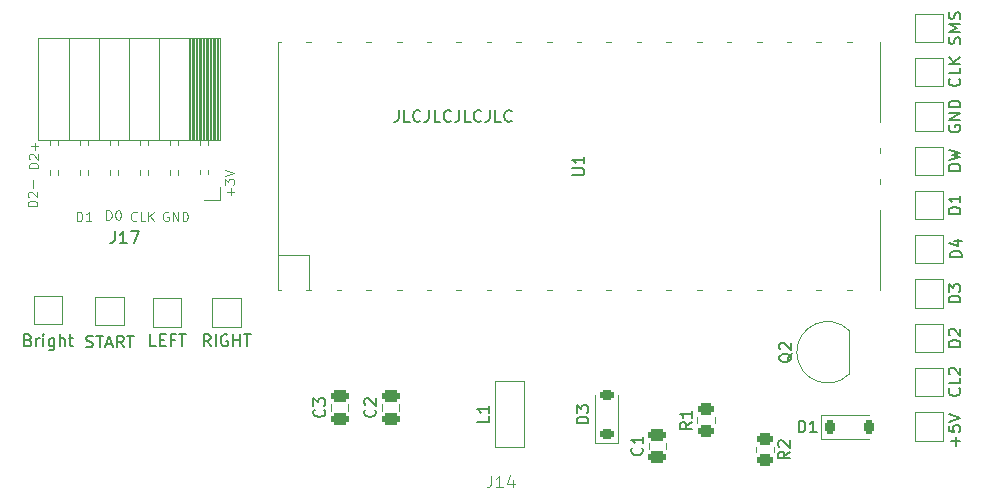
<source format=gbr>
%TF.GenerationSoftware,KiCad,Pcbnew,8.0.9-8.0.9-0~ubuntu22.04.1*%
%TF.CreationDate,2025-05-23T21:37:58-03:00*%
%TF.ProjectId,GG_LCD_DIY,47475f4c-4344-45f4-9449-592e6b696361,rev?*%
%TF.SameCoordinates,Original*%
%TF.FileFunction,Legend,Top*%
%TF.FilePolarity,Positive*%
%FSLAX46Y46*%
G04 Gerber Fmt 4.6, Leading zero omitted, Abs format (unit mm)*
G04 Created by KiCad (PCBNEW 8.0.9-8.0.9-0~ubuntu22.04.1) date 2025-05-23 21:37:58*
%MOMM*%
%LPD*%
G01*
G04 APERTURE LIST*
G04 Aperture macros list*
%AMRoundRect*
0 Rectangle with rounded corners*
0 $1 Rounding radius*
0 $2 $3 $4 $5 $6 $7 $8 $9 X,Y pos of 4 corners*
0 Add a 4 corners polygon primitive as box body*
4,1,4,$2,$3,$4,$5,$6,$7,$8,$9,$2,$3,0*
0 Add four circle primitives for the rounded corners*
1,1,$1+$1,$2,$3*
1,1,$1+$1,$4,$5*
1,1,$1+$1,$6,$7*
1,1,$1+$1,$8,$9*
0 Add four rect primitives between the rounded corners*
20,1,$1+$1,$2,$3,$4,$5,0*
20,1,$1+$1,$4,$5,$6,$7,0*
20,1,$1+$1,$6,$7,$8,$9,0*
20,1,$1+$1,$8,$9,$2,$3,0*%
G04 Aperture macros list end*
%ADD10C,0.125000*%
%ADD11C,0.150000*%
%ADD12C,0.100000*%
%ADD13C,0.120000*%
%ADD14O,1.800000X1.800000*%
%ADD15O,1.500000X1.500000*%
%ADD16O,1.700000X1.700000*%
%ADD17R,1.700000X3.500000*%
%ADD18R,1.700000X1.700000*%
%ADD19R,3.500000X1.700000*%
%ADD20R,2.000000X2.000000*%
%ADD21R,1.300000X1.300000*%
%ADD22C,1.300000*%
%ADD23RoundRect,0.225000X0.375000X-0.225000X0.375000X0.225000X-0.375000X0.225000X-0.375000X-0.225000X0*%
%ADD24C,1.524000*%
%ADD25RoundRect,0.250000X-0.450000X0.262500X-0.450000X-0.262500X0.450000X-0.262500X0.450000X0.262500X0*%
%ADD26C,1.600000*%
%ADD27O,1.600000X1.600000*%
%ADD28RoundRect,0.250000X0.475000X-0.250000X0.475000X0.250000X-0.475000X0.250000X-0.475000X-0.250000X0*%
%ADD29RoundRect,0.250000X0.450000X-0.262500X0.450000X0.262500X-0.450000X0.262500X-0.450000X-0.262500X0*%
%ADD30RoundRect,0.225000X-0.225000X-0.375000X0.225000X-0.375000X0.225000X0.375000X-0.225000X0.375000X0*%
G04 APERTURE END LIST*
D10*
X124770833Y-80487287D02*
X124770833Y-79877764D01*
X125075595Y-80182525D02*
X124466071Y-80182525D01*
X124275595Y-79573002D02*
X124275595Y-79077764D01*
X124275595Y-79077764D02*
X124580357Y-79344430D01*
X124580357Y-79344430D02*
X124580357Y-79230145D01*
X124580357Y-79230145D02*
X124618452Y-79153954D01*
X124618452Y-79153954D02*
X124656547Y-79115859D01*
X124656547Y-79115859D02*
X124732738Y-79077764D01*
X124732738Y-79077764D02*
X124923214Y-79077764D01*
X124923214Y-79077764D02*
X124999404Y-79115859D01*
X124999404Y-79115859D02*
X125037500Y-79153954D01*
X125037500Y-79153954D02*
X125075595Y-79230145D01*
X125075595Y-79230145D02*
X125075595Y-79458716D01*
X125075595Y-79458716D02*
X125037500Y-79534907D01*
X125037500Y-79534907D02*
X124999404Y-79573002D01*
X124275595Y-78849192D02*
X125075595Y-78582525D01*
X125075595Y-78582525D02*
X124275595Y-78315859D01*
X108475595Y-78187287D02*
X107675595Y-78187287D01*
X107675595Y-78187287D02*
X107675595Y-77996811D01*
X107675595Y-77996811D02*
X107713690Y-77882525D01*
X107713690Y-77882525D02*
X107789880Y-77806335D01*
X107789880Y-77806335D02*
X107866071Y-77768240D01*
X107866071Y-77768240D02*
X108018452Y-77730144D01*
X108018452Y-77730144D02*
X108132738Y-77730144D01*
X108132738Y-77730144D02*
X108285119Y-77768240D01*
X108285119Y-77768240D02*
X108361309Y-77806335D01*
X108361309Y-77806335D02*
X108437500Y-77882525D01*
X108437500Y-77882525D02*
X108475595Y-77996811D01*
X108475595Y-77996811D02*
X108475595Y-78187287D01*
X107751785Y-77425383D02*
X107713690Y-77387287D01*
X107713690Y-77387287D02*
X107675595Y-77311097D01*
X107675595Y-77311097D02*
X107675595Y-77120621D01*
X107675595Y-77120621D02*
X107713690Y-77044430D01*
X107713690Y-77044430D02*
X107751785Y-77006335D01*
X107751785Y-77006335D02*
X107827976Y-76968240D01*
X107827976Y-76968240D02*
X107904166Y-76968240D01*
X107904166Y-76968240D02*
X108018452Y-77006335D01*
X108018452Y-77006335D02*
X108475595Y-77463478D01*
X108475595Y-77463478D02*
X108475595Y-76968240D01*
X108170833Y-76625382D02*
X108170833Y-76015859D01*
X108475595Y-76320620D02*
X107866071Y-76320620D01*
X114252712Y-82555595D02*
X114252712Y-81755595D01*
X114252712Y-81755595D02*
X114443188Y-81755595D01*
X114443188Y-81755595D02*
X114557474Y-81793690D01*
X114557474Y-81793690D02*
X114633664Y-81869880D01*
X114633664Y-81869880D02*
X114671759Y-81946071D01*
X114671759Y-81946071D02*
X114709855Y-82098452D01*
X114709855Y-82098452D02*
X114709855Y-82212738D01*
X114709855Y-82212738D02*
X114671759Y-82365119D01*
X114671759Y-82365119D02*
X114633664Y-82441309D01*
X114633664Y-82441309D02*
X114557474Y-82517500D01*
X114557474Y-82517500D02*
X114443188Y-82555595D01*
X114443188Y-82555595D02*
X114252712Y-82555595D01*
X115205093Y-81755595D02*
X115281283Y-81755595D01*
X115281283Y-81755595D02*
X115357474Y-81793690D01*
X115357474Y-81793690D02*
X115395569Y-81831785D01*
X115395569Y-81831785D02*
X115433664Y-81907976D01*
X115433664Y-81907976D02*
X115471759Y-82060357D01*
X115471759Y-82060357D02*
X115471759Y-82250833D01*
X115471759Y-82250833D02*
X115433664Y-82403214D01*
X115433664Y-82403214D02*
X115395569Y-82479404D01*
X115395569Y-82479404D02*
X115357474Y-82517500D01*
X115357474Y-82517500D02*
X115281283Y-82555595D01*
X115281283Y-82555595D02*
X115205093Y-82555595D01*
X115205093Y-82555595D02*
X115128902Y-82517500D01*
X115128902Y-82517500D02*
X115090807Y-82479404D01*
X115090807Y-82479404D02*
X115052712Y-82403214D01*
X115052712Y-82403214D02*
X115014616Y-82250833D01*
X115014616Y-82250833D02*
X115014616Y-82060357D01*
X115014616Y-82060357D02*
X115052712Y-81907976D01*
X115052712Y-81907976D02*
X115090807Y-81831785D01*
X115090807Y-81831785D02*
X115128902Y-81793690D01*
X115128902Y-81793690D02*
X115205093Y-81755595D01*
X111752712Y-82655595D02*
X111752712Y-81855595D01*
X111752712Y-81855595D02*
X111943188Y-81855595D01*
X111943188Y-81855595D02*
X112057474Y-81893690D01*
X112057474Y-81893690D02*
X112133664Y-81969880D01*
X112133664Y-81969880D02*
X112171759Y-82046071D01*
X112171759Y-82046071D02*
X112209855Y-82198452D01*
X112209855Y-82198452D02*
X112209855Y-82312738D01*
X112209855Y-82312738D02*
X112171759Y-82465119D01*
X112171759Y-82465119D02*
X112133664Y-82541309D01*
X112133664Y-82541309D02*
X112057474Y-82617500D01*
X112057474Y-82617500D02*
X111943188Y-82655595D01*
X111943188Y-82655595D02*
X111752712Y-82655595D01*
X112971759Y-82655595D02*
X112514616Y-82655595D01*
X112743188Y-82655595D02*
X112743188Y-81855595D01*
X112743188Y-81855595D02*
X112666997Y-81969880D01*
X112666997Y-81969880D02*
X112590807Y-82046071D01*
X112590807Y-82046071D02*
X112514616Y-82084166D01*
D11*
X138980951Y-73254819D02*
X138980951Y-73969104D01*
X138980951Y-73969104D02*
X138933332Y-74111961D01*
X138933332Y-74111961D02*
X138838094Y-74207200D01*
X138838094Y-74207200D02*
X138695237Y-74254819D01*
X138695237Y-74254819D02*
X138599999Y-74254819D01*
X139933332Y-74254819D02*
X139457142Y-74254819D01*
X139457142Y-74254819D02*
X139457142Y-73254819D01*
X140838094Y-74159580D02*
X140790475Y-74207200D01*
X140790475Y-74207200D02*
X140647618Y-74254819D01*
X140647618Y-74254819D02*
X140552380Y-74254819D01*
X140552380Y-74254819D02*
X140409523Y-74207200D01*
X140409523Y-74207200D02*
X140314285Y-74111961D01*
X140314285Y-74111961D02*
X140266666Y-74016723D01*
X140266666Y-74016723D02*
X140219047Y-73826247D01*
X140219047Y-73826247D02*
X140219047Y-73683390D01*
X140219047Y-73683390D02*
X140266666Y-73492914D01*
X140266666Y-73492914D02*
X140314285Y-73397676D01*
X140314285Y-73397676D02*
X140409523Y-73302438D01*
X140409523Y-73302438D02*
X140552380Y-73254819D01*
X140552380Y-73254819D02*
X140647618Y-73254819D01*
X140647618Y-73254819D02*
X140790475Y-73302438D01*
X140790475Y-73302438D02*
X140838094Y-73350057D01*
X141552380Y-73254819D02*
X141552380Y-73969104D01*
X141552380Y-73969104D02*
X141504761Y-74111961D01*
X141504761Y-74111961D02*
X141409523Y-74207200D01*
X141409523Y-74207200D02*
X141266666Y-74254819D01*
X141266666Y-74254819D02*
X141171428Y-74254819D01*
X142504761Y-74254819D02*
X142028571Y-74254819D01*
X142028571Y-74254819D02*
X142028571Y-73254819D01*
X143409523Y-74159580D02*
X143361904Y-74207200D01*
X143361904Y-74207200D02*
X143219047Y-74254819D01*
X143219047Y-74254819D02*
X143123809Y-74254819D01*
X143123809Y-74254819D02*
X142980952Y-74207200D01*
X142980952Y-74207200D02*
X142885714Y-74111961D01*
X142885714Y-74111961D02*
X142838095Y-74016723D01*
X142838095Y-74016723D02*
X142790476Y-73826247D01*
X142790476Y-73826247D02*
X142790476Y-73683390D01*
X142790476Y-73683390D02*
X142838095Y-73492914D01*
X142838095Y-73492914D02*
X142885714Y-73397676D01*
X142885714Y-73397676D02*
X142980952Y-73302438D01*
X142980952Y-73302438D02*
X143123809Y-73254819D01*
X143123809Y-73254819D02*
X143219047Y-73254819D01*
X143219047Y-73254819D02*
X143361904Y-73302438D01*
X143361904Y-73302438D02*
X143409523Y-73350057D01*
X144123809Y-73254819D02*
X144123809Y-73969104D01*
X144123809Y-73969104D02*
X144076190Y-74111961D01*
X144076190Y-74111961D02*
X143980952Y-74207200D01*
X143980952Y-74207200D02*
X143838095Y-74254819D01*
X143838095Y-74254819D02*
X143742857Y-74254819D01*
X145076190Y-74254819D02*
X144600000Y-74254819D01*
X144600000Y-74254819D02*
X144600000Y-73254819D01*
X145980952Y-74159580D02*
X145933333Y-74207200D01*
X145933333Y-74207200D02*
X145790476Y-74254819D01*
X145790476Y-74254819D02*
X145695238Y-74254819D01*
X145695238Y-74254819D02*
X145552381Y-74207200D01*
X145552381Y-74207200D02*
X145457143Y-74111961D01*
X145457143Y-74111961D02*
X145409524Y-74016723D01*
X145409524Y-74016723D02*
X145361905Y-73826247D01*
X145361905Y-73826247D02*
X145361905Y-73683390D01*
X145361905Y-73683390D02*
X145409524Y-73492914D01*
X145409524Y-73492914D02*
X145457143Y-73397676D01*
X145457143Y-73397676D02*
X145552381Y-73302438D01*
X145552381Y-73302438D02*
X145695238Y-73254819D01*
X145695238Y-73254819D02*
X145790476Y-73254819D01*
X145790476Y-73254819D02*
X145933333Y-73302438D01*
X145933333Y-73302438D02*
X145980952Y-73350057D01*
X146695238Y-73254819D02*
X146695238Y-73969104D01*
X146695238Y-73969104D02*
X146647619Y-74111961D01*
X146647619Y-74111961D02*
X146552381Y-74207200D01*
X146552381Y-74207200D02*
X146409524Y-74254819D01*
X146409524Y-74254819D02*
X146314286Y-74254819D01*
X147647619Y-74254819D02*
X147171429Y-74254819D01*
X147171429Y-74254819D02*
X147171429Y-73254819D01*
X148552381Y-74159580D02*
X148504762Y-74207200D01*
X148504762Y-74207200D02*
X148361905Y-74254819D01*
X148361905Y-74254819D02*
X148266667Y-74254819D01*
X148266667Y-74254819D02*
X148123810Y-74207200D01*
X148123810Y-74207200D02*
X148028572Y-74111961D01*
X148028572Y-74111961D02*
X147980953Y-74016723D01*
X147980953Y-74016723D02*
X147933334Y-73826247D01*
X147933334Y-73826247D02*
X147933334Y-73683390D01*
X147933334Y-73683390D02*
X147980953Y-73492914D01*
X147980953Y-73492914D02*
X148028572Y-73397676D01*
X148028572Y-73397676D02*
X148123810Y-73302438D01*
X148123810Y-73302438D02*
X148266667Y-73254819D01*
X148266667Y-73254819D02*
X148361905Y-73254819D01*
X148361905Y-73254819D02*
X148504762Y-73302438D01*
X148504762Y-73302438D02*
X148552381Y-73350057D01*
D10*
X119471759Y-81893690D02*
X119395569Y-81855595D01*
X119395569Y-81855595D02*
X119281283Y-81855595D01*
X119281283Y-81855595D02*
X119166997Y-81893690D01*
X119166997Y-81893690D02*
X119090807Y-81969880D01*
X119090807Y-81969880D02*
X119052712Y-82046071D01*
X119052712Y-82046071D02*
X119014616Y-82198452D01*
X119014616Y-82198452D02*
X119014616Y-82312738D01*
X119014616Y-82312738D02*
X119052712Y-82465119D01*
X119052712Y-82465119D02*
X119090807Y-82541309D01*
X119090807Y-82541309D02*
X119166997Y-82617500D01*
X119166997Y-82617500D02*
X119281283Y-82655595D01*
X119281283Y-82655595D02*
X119357474Y-82655595D01*
X119357474Y-82655595D02*
X119471759Y-82617500D01*
X119471759Y-82617500D02*
X119509855Y-82579404D01*
X119509855Y-82579404D02*
X119509855Y-82312738D01*
X119509855Y-82312738D02*
X119357474Y-82312738D01*
X119852712Y-82655595D02*
X119852712Y-81855595D01*
X119852712Y-81855595D02*
X120309855Y-82655595D01*
X120309855Y-82655595D02*
X120309855Y-81855595D01*
X120690807Y-82655595D02*
X120690807Y-81855595D01*
X120690807Y-81855595D02*
X120881283Y-81855595D01*
X120881283Y-81855595D02*
X120995569Y-81893690D01*
X120995569Y-81893690D02*
X121071759Y-81969880D01*
X121071759Y-81969880D02*
X121109854Y-82046071D01*
X121109854Y-82046071D02*
X121147950Y-82198452D01*
X121147950Y-82198452D02*
X121147950Y-82312738D01*
X121147950Y-82312738D02*
X121109854Y-82465119D01*
X121109854Y-82465119D02*
X121071759Y-82541309D01*
X121071759Y-82541309D02*
X120995569Y-82617500D01*
X120995569Y-82617500D02*
X120881283Y-82655595D01*
X120881283Y-82655595D02*
X120690807Y-82655595D01*
X108375595Y-81387287D02*
X107575595Y-81387287D01*
X107575595Y-81387287D02*
X107575595Y-81196811D01*
X107575595Y-81196811D02*
X107613690Y-81082525D01*
X107613690Y-81082525D02*
X107689880Y-81006335D01*
X107689880Y-81006335D02*
X107766071Y-80968240D01*
X107766071Y-80968240D02*
X107918452Y-80930144D01*
X107918452Y-80930144D02*
X108032738Y-80930144D01*
X108032738Y-80930144D02*
X108185119Y-80968240D01*
X108185119Y-80968240D02*
X108261309Y-81006335D01*
X108261309Y-81006335D02*
X108337500Y-81082525D01*
X108337500Y-81082525D02*
X108375595Y-81196811D01*
X108375595Y-81196811D02*
X108375595Y-81387287D01*
X107651785Y-80625383D02*
X107613690Y-80587287D01*
X107613690Y-80587287D02*
X107575595Y-80511097D01*
X107575595Y-80511097D02*
X107575595Y-80320621D01*
X107575595Y-80320621D02*
X107613690Y-80244430D01*
X107613690Y-80244430D02*
X107651785Y-80206335D01*
X107651785Y-80206335D02*
X107727976Y-80168240D01*
X107727976Y-80168240D02*
X107804166Y-80168240D01*
X107804166Y-80168240D02*
X107918452Y-80206335D01*
X107918452Y-80206335D02*
X108375595Y-80663478D01*
X108375595Y-80663478D02*
X108375595Y-80168240D01*
X108070833Y-79825382D02*
X108070833Y-79215859D01*
X116809855Y-82579404D02*
X116771759Y-82617500D01*
X116771759Y-82617500D02*
X116657474Y-82655595D01*
X116657474Y-82655595D02*
X116581283Y-82655595D01*
X116581283Y-82655595D02*
X116466997Y-82617500D01*
X116466997Y-82617500D02*
X116390807Y-82541309D01*
X116390807Y-82541309D02*
X116352712Y-82465119D01*
X116352712Y-82465119D02*
X116314616Y-82312738D01*
X116314616Y-82312738D02*
X116314616Y-82198452D01*
X116314616Y-82198452D02*
X116352712Y-82046071D01*
X116352712Y-82046071D02*
X116390807Y-81969880D01*
X116390807Y-81969880D02*
X116466997Y-81893690D01*
X116466997Y-81893690D02*
X116581283Y-81855595D01*
X116581283Y-81855595D02*
X116657474Y-81855595D01*
X116657474Y-81855595D02*
X116771759Y-81893690D01*
X116771759Y-81893690D02*
X116809855Y-81931785D01*
X117533664Y-82655595D02*
X117152712Y-82655595D01*
X117152712Y-82655595D02*
X117152712Y-81855595D01*
X117800331Y-82655595D02*
X117800331Y-81855595D01*
X118257474Y-82655595D02*
X117914616Y-82198452D01*
X118257474Y-81855595D02*
X117800331Y-82312738D01*
D11*
X153704819Y-78771904D02*
X154514342Y-78771904D01*
X154514342Y-78771904D02*
X154609580Y-78724285D01*
X154609580Y-78724285D02*
X154657200Y-78676666D01*
X154657200Y-78676666D02*
X154704819Y-78581428D01*
X154704819Y-78581428D02*
X154704819Y-78390952D01*
X154704819Y-78390952D02*
X154657200Y-78295714D01*
X154657200Y-78295714D02*
X154609580Y-78248095D01*
X154609580Y-78248095D02*
X154514342Y-78200476D01*
X154514342Y-78200476D02*
X153704819Y-78200476D01*
X154704819Y-77200476D02*
X154704819Y-77771904D01*
X154704819Y-77486190D02*
X153704819Y-77486190D01*
X153704819Y-77486190D02*
X153847676Y-77581428D01*
X153847676Y-77581428D02*
X153942914Y-77676666D01*
X153942914Y-77676666D02*
X153990533Y-77771904D01*
X185602438Y-74561904D02*
X185554819Y-74657142D01*
X185554819Y-74657142D02*
X185554819Y-74799999D01*
X185554819Y-74799999D02*
X185602438Y-74942856D01*
X185602438Y-74942856D02*
X185697676Y-75038094D01*
X185697676Y-75038094D02*
X185792914Y-75085713D01*
X185792914Y-75085713D02*
X185983390Y-75133332D01*
X185983390Y-75133332D02*
X186126247Y-75133332D01*
X186126247Y-75133332D02*
X186316723Y-75085713D01*
X186316723Y-75085713D02*
X186411961Y-75038094D01*
X186411961Y-75038094D02*
X186507200Y-74942856D01*
X186507200Y-74942856D02*
X186554819Y-74799999D01*
X186554819Y-74799999D02*
X186554819Y-74704761D01*
X186554819Y-74704761D02*
X186507200Y-74561904D01*
X186507200Y-74561904D02*
X186459580Y-74514285D01*
X186459580Y-74514285D02*
X186126247Y-74514285D01*
X186126247Y-74514285D02*
X186126247Y-74704761D01*
X186554819Y-74085713D02*
X185554819Y-74085713D01*
X185554819Y-74085713D02*
X186554819Y-73514285D01*
X186554819Y-73514285D02*
X185554819Y-73514285D01*
X186554819Y-73038094D02*
X185554819Y-73038094D01*
X185554819Y-73038094D02*
X185554819Y-72799999D01*
X185554819Y-72799999D02*
X185602438Y-72657142D01*
X185602438Y-72657142D02*
X185697676Y-72561904D01*
X185697676Y-72561904D02*
X185792914Y-72514285D01*
X185792914Y-72514285D02*
X185983390Y-72466666D01*
X185983390Y-72466666D02*
X186126247Y-72466666D01*
X186126247Y-72466666D02*
X186316723Y-72514285D01*
X186316723Y-72514285D02*
X186411961Y-72561904D01*
X186411961Y-72561904D02*
X186507200Y-72657142D01*
X186507200Y-72657142D02*
X186554819Y-72799999D01*
X186554819Y-72799999D02*
X186554819Y-73038094D01*
X172290057Y-93865238D02*
X172242438Y-93960476D01*
X172242438Y-93960476D02*
X172147200Y-94055714D01*
X172147200Y-94055714D02*
X172004342Y-94198571D01*
X172004342Y-94198571D02*
X171956723Y-94293809D01*
X171956723Y-94293809D02*
X171956723Y-94389047D01*
X172194819Y-94341428D02*
X172147200Y-94436666D01*
X172147200Y-94436666D02*
X172051961Y-94531904D01*
X172051961Y-94531904D02*
X171861485Y-94579523D01*
X171861485Y-94579523D02*
X171528152Y-94579523D01*
X171528152Y-94579523D02*
X171337676Y-94531904D01*
X171337676Y-94531904D02*
X171242438Y-94436666D01*
X171242438Y-94436666D02*
X171194819Y-94341428D01*
X171194819Y-94341428D02*
X171194819Y-94150952D01*
X171194819Y-94150952D02*
X171242438Y-94055714D01*
X171242438Y-94055714D02*
X171337676Y-93960476D01*
X171337676Y-93960476D02*
X171528152Y-93912857D01*
X171528152Y-93912857D02*
X171861485Y-93912857D01*
X171861485Y-93912857D02*
X172051961Y-93960476D01*
X172051961Y-93960476D02*
X172147200Y-94055714D01*
X172147200Y-94055714D02*
X172194819Y-94150952D01*
X172194819Y-94150952D02*
X172194819Y-94341428D01*
X171290057Y-93531904D02*
X171242438Y-93484285D01*
X171242438Y-93484285D02*
X171194819Y-93389047D01*
X171194819Y-93389047D02*
X171194819Y-93150952D01*
X171194819Y-93150952D02*
X171242438Y-93055714D01*
X171242438Y-93055714D02*
X171290057Y-93008095D01*
X171290057Y-93008095D02*
X171385295Y-92960476D01*
X171385295Y-92960476D02*
X171480533Y-92960476D01*
X171480533Y-92960476D02*
X171623390Y-93008095D01*
X171623390Y-93008095D02*
X172194819Y-93579523D01*
X172194819Y-93579523D02*
X172194819Y-92960476D01*
X186654819Y-85738094D02*
X185654819Y-85738094D01*
X185654819Y-85738094D02*
X185654819Y-85499999D01*
X185654819Y-85499999D02*
X185702438Y-85357142D01*
X185702438Y-85357142D02*
X185797676Y-85261904D01*
X185797676Y-85261904D02*
X185892914Y-85214285D01*
X185892914Y-85214285D02*
X186083390Y-85166666D01*
X186083390Y-85166666D02*
X186226247Y-85166666D01*
X186226247Y-85166666D02*
X186416723Y-85214285D01*
X186416723Y-85214285D02*
X186511961Y-85261904D01*
X186511961Y-85261904D02*
X186607200Y-85357142D01*
X186607200Y-85357142D02*
X186654819Y-85499999D01*
X186654819Y-85499999D02*
X186654819Y-85738094D01*
X185988152Y-84309523D02*
X186654819Y-84309523D01*
X185607200Y-84547618D02*
X186321485Y-84785713D01*
X186321485Y-84785713D02*
X186321485Y-84166666D01*
X155054819Y-99788094D02*
X154054819Y-99788094D01*
X154054819Y-99788094D02*
X154054819Y-99549999D01*
X154054819Y-99549999D02*
X154102438Y-99407142D01*
X154102438Y-99407142D02*
X154197676Y-99311904D01*
X154197676Y-99311904D02*
X154292914Y-99264285D01*
X154292914Y-99264285D02*
X154483390Y-99216666D01*
X154483390Y-99216666D02*
X154626247Y-99216666D01*
X154626247Y-99216666D02*
X154816723Y-99264285D01*
X154816723Y-99264285D02*
X154911961Y-99311904D01*
X154911961Y-99311904D02*
X155007200Y-99407142D01*
X155007200Y-99407142D02*
X155054819Y-99549999D01*
X155054819Y-99549999D02*
X155054819Y-99788094D01*
X154054819Y-98883332D02*
X154054819Y-98264285D01*
X154054819Y-98264285D02*
X154435771Y-98597618D01*
X154435771Y-98597618D02*
X154435771Y-98454761D01*
X154435771Y-98454761D02*
X154483390Y-98359523D01*
X154483390Y-98359523D02*
X154531009Y-98311904D01*
X154531009Y-98311904D02*
X154626247Y-98264285D01*
X154626247Y-98264285D02*
X154864342Y-98264285D01*
X154864342Y-98264285D02*
X154959580Y-98311904D01*
X154959580Y-98311904D02*
X155007200Y-98359523D01*
X155007200Y-98359523D02*
X155054819Y-98454761D01*
X155054819Y-98454761D02*
X155054819Y-98740475D01*
X155054819Y-98740475D02*
X155007200Y-98835713D01*
X155007200Y-98835713D02*
X154959580Y-98883332D01*
D12*
X146810476Y-104217419D02*
X146810476Y-104931704D01*
X146810476Y-104931704D02*
X146762857Y-105074561D01*
X146762857Y-105074561D02*
X146667619Y-105169800D01*
X146667619Y-105169800D02*
X146524762Y-105217419D01*
X146524762Y-105217419D02*
X146429524Y-105217419D01*
X147810476Y-105217419D02*
X147239048Y-105217419D01*
X147524762Y-105217419D02*
X147524762Y-104217419D01*
X147524762Y-104217419D02*
X147429524Y-104360276D01*
X147429524Y-104360276D02*
X147334286Y-104455514D01*
X147334286Y-104455514D02*
X147239048Y-104503133D01*
X148667619Y-104550752D02*
X148667619Y-105217419D01*
X148429524Y-104169800D02*
X148191429Y-104884085D01*
X148191429Y-104884085D02*
X148810476Y-104884085D01*
D11*
X186554819Y-89548094D02*
X185554819Y-89548094D01*
X185554819Y-89548094D02*
X185554819Y-89309999D01*
X185554819Y-89309999D02*
X185602438Y-89167142D01*
X185602438Y-89167142D02*
X185697676Y-89071904D01*
X185697676Y-89071904D02*
X185792914Y-89024285D01*
X185792914Y-89024285D02*
X185983390Y-88976666D01*
X185983390Y-88976666D02*
X186126247Y-88976666D01*
X186126247Y-88976666D02*
X186316723Y-89024285D01*
X186316723Y-89024285D02*
X186411961Y-89071904D01*
X186411961Y-89071904D02*
X186507200Y-89167142D01*
X186507200Y-89167142D02*
X186554819Y-89309999D01*
X186554819Y-89309999D02*
X186554819Y-89548094D01*
X185554819Y-88643332D02*
X185554819Y-88024285D01*
X185554819Y-88024285D02*
X185935771Y-88357618D01*
X185935771Y-88357618D02*
X185935771Y-88214761D01*
X185935771Y-88214761D02*
X185983390Y-88119523D01*
X185983390Y-88119523D02*
X186031009Y-88071904D01*
X186031009Y-88071904D02*
X186126247Y-88024285D01*
X186126247Y-88024285D02*
X186364342Y-88024285D01*
X186364342Y-88024285D02*
X186459580Y-88071904D01*
X186459580Y-88071904D02*
X186507200Y-88119523D01*
X186507200Y-88119523D02*
X186554819Y-88214761D01*
X186554819Y-88214761D02*
X186554819Y-88500475D01*
X186554819Y-88500475D02*
X186507200Y-88595713D01*
X186507200Y-88595713D02*
X186459580Y-88643332D01*
X186459580Y-70595238D02*
X186507200Y-70642857D01*
X186507200Y-70642857D02*
X186554819Y-70785714D01*
X186554819Y-70785714D02*
X186554819Y-70880952D01*
X186554819Y-70880952D02*
X186507200Y-71023809D01*
X186507200Y-71023809D02*
X186411961Y-71119047D01*
X186411961Y-71119047D02*
X186316723Y-71166666D01*
X186316723Y-71166666D02*
X186126247Y-71214285D01*
X186126247Y-71214285D02*
X185983390Y-71214285D01*
X185983390Y-71214285D02*
X185792914Y-71166666D01*
X185792914Y-71166666D02*
X185697676Y-71119047D01*
X185697676Y-71119047D02*
X185602438Y-71023809D01*
X185602438Y-71023809D02*
X185554819Y-70880952D01*
X185554819Y-70880952D02*
X185554819Y-70785714D01*
X185554819Y-70785714D02*
X185602438Y-70642857D01*
X185602438Y-70642857D02*
X185650057Y-70595238D01*
X186554819Y-69690476D02*
X186554819Y-70166666D01*
X186554819Y-70166666D02*
X185554819Y-70166666D01*
X186554819Y-69357142D02*
X185554819Y-69357142D01*
X186554819Y-68785714D02*
X185983390Y-69214285D01*
X185554819Y-68785714D02*
X186126247Y-69357142D01*
X172104819Y-102179166D02*
X171628628Y-102512499D01*
X172104819Y-102750594D02*
X171104819Y-102750594D01*
X171104819Y-102750594D02*
X171104819Y-102369642D01*
X171104819Y-102369642D02*
X171152438Y-102274404D01*
X171152438Y-102274404D02*
X171200057Y-102226785D01*
X171200057Y-102226785D02*
X171295295Y-102179166D01*
X171295295Y-102179166D02*
X171438152Y-102179166D01*
X171438152Y-102179166D02*
X171533390Y-102226785D01*
X171533390Y-102226785D02*
X171581009Y-102274404D01*
X171581009Y-102274404D02*
X171628628Y-102369642D01*
X171628628Y-102369642D02*
X171628628Y-102750594D01*
X171200057Y-101798213D02*
X171152438Y-101750594D01*
X171152438Y-101750594D02*
X171104819Y-101655356D01*
X171104819Y-101655356D02*
X171104819Y-101417261D01*
X171104819Y-101417261D02*
X171152438Y-101322023D01*
X171152438Y-101322023D02*
X171200057Y-101274404D01*
X171200057Y-101274404D02*
X171295295Y-101226785D01*
X171295295Y-101226785D02*
X171390533Y-101226785D01*
X171390533Y-101226785D02*
X171533390Y-101274404D01*
X171533390Y-101274404D02*
X172104819Y-101845832D01*
X172104819Y-101845832D02*
X172104819Y-101226785D01*
X146634819Y-99166666D02*
X146634819Y-99642856D01*
X146634819Y-99642856D02*
X145634819Y-99642856D01*
X146634819Y-98309523D02*
X146634819Y-98880951D01*
X146634819Y-98595237D02*
X145634819Y-98595237D01*
X145634819Y-98595237D02*
X145777676Y-98690475D01*
X145777676Y-98690475D02*
X145872914Y-98785713D01*
X145872914Y-98785713D02*
X145920533Y-98880951D01*
X186554819Y-82038094D02*
X185554819Y-82038094D01*
X185554819Y-82038094D02*
X185554819Y-81799999D01*
X185554819Y-81799999D02*
X185602438Y-81657142D01*
X185602438Y-81657142D02*
X185697676Y-81561904D01*
X185697676Y-81561904D02*
X185792914Y-81514285D01*
X185792914Y-81514285D02*
X185983390Y-81466666D01*
X185983390Y-81466666D02*
X186126247Y-81466666D01*
X186126247Y-81466666D02*
X186316723Y-81514285D01*
X186316723Y-81514285D02*
X186411961Y-81561904D01*
X186411961Y-81561904D02*
X186507200Y-81657142D01*
X186507200Y-81657142D02*
X186554819Y-81799999D01*
X186554819Y-81799999D02*
X186554819Y-82038094D01*
X186554819Y-80514285D02*
X186554819Y-81085713D01*
X186554819Y-80799999D02*
X185554819Y-80799999D01*
X185554819Y-80799999D02*
X185697676Y-80895237D01*
X185697676Y-80895237D02*
X185792914Y-80990475D01*
X185792914Y-80990475D02*
X185840533Y-81085713D01*
X107633333Y-92731009D02*
X107776190Y-92778628D01*
X107776190Y-92778628D02*
X107823809Y-92826247D01*
X107823809Y-92826247D02*
X107871428Y-92921485D01*
X107871428Y-92921485D02*
X107871428Y-93064342D01*
X107871428Y-93064342D02*
X107823809Y-93159580D01*
X107823809Y-93159580D02*
X107776190Y-93207200D01*
X107776190Y-93207200D02*
X107680952Y-93254819D01*
X107680952Y-93254819D02*
X107300000Y-93254819D01*
X107300000Y-93254819D02*
X107300000Y-92254819D01*
X107300000Y-92254819D02*
X107633333Y-92254819D01*
X107633333Y-92254819D02*
X107728571Y-92302438D01*
X107728571Y-92302438D02*
X107776190Y-92350057D01*
X107776190Y-92350057D02*
X107823809Y-92445295D01*
X107823809Y-92445295D02*
X107823809Y-92540533D01*
X107823809Y-92540533D02*
X107776190Y-92635771D01*
X107776190Y-92635771D02*
X107728571Y-92683390D01*
X107728571Y-92683390D02*
X107633333Y-92731009D01*
X107633333Y-92731009D02*
X107300000Y-92731009D01*
X108300000Y-93254819D02*
X108300000Y-92588152D01*
X108300000Y-92778628D02*
X108347619Y-92683390D01*
X108347619Y-92683390D02*
X108395238Y-92635771D01*
X108395238Y-92635771D02*
X108490476Y-92588152D01*
X108490476Y-92588152D02*
X108585714Y-92588152D01*
X108919048Y-93254819D02*
X108919048Y-92588152D01*
X108919048Y-92254819D02*
X108871429Y-92302438D01*
X108871429Y-92302438D02*
X108919048Y-92350057D01*
X108919048Y-92350057D02*
X108966667Y-92302438D01*
X108966667Y-92302438D02*
X108919048Y-92254819D01*
X108919048Y-92254819D02*
X108919048Y-92350057D01*
X109823809Y-92588152D02*
X109823809Y-93397676D01*
X109823809Y-93397676D02*
X109776190Y-93492914D01*
X109776190Y-93492914D02*
X109728571Y-93540533D01*
X109728571Y-93540533D02*
X109633333Y-93588152D01*
X109633333Y-93588152D02*
X109490476Y-93588152D01*
X109490476Y-93588152D02*
X109395238Y-93540533D01*
X109823809Y-93207200D02*
X109728571Y-93254819D01*
X109728571Y-93254819D02*
X109538095Y-93254819D01*
X109538095Y-93254819D02*
X109442857Y-93207200D01*
X109442857Y-93207200D02*
X109395238Y-93159580D01*
X109395238Y-93159580D02*
X109347619Y-93064342D01*
X109347619Y-93064342D02*
X109347619Y-92778628D01*
X109347619Y-92778628D02*
X109395238Y-92683390D01*
X109395238Y-92683390D02*
X109442857Y-92635771D01*
X109442857Y-92635771D02*
X109538095Y-92588152D01*
X109538095Y-92588152D02*
X109728571Y-92588152D01*
X109728571Y-92588152D02*
X109823809Y-92635771D01*
X110300000Y-93254819D02*
X110300000Y-92254819D01*
X110728571Y-93254819D02*
X110728571Y-92731009D01*
X110728571Y-92731009D02*
X110680952Y-92635771D01*
X110680952Y-92635771D02*
X110585714Y-92588152D01*
X110585714Y-92588152D02*
X110442857Y-92588152D01*
X110442857Y-92588152D02*
X110347619Y-92635771D01*
X110347619Y-92635771D02*
X110300000Y-92683390D01*
X111061905Y-92588152D02*
X111442857Y-92588152D01*
X111204762Y-92254819D02*
X111204762Y-93111961D01*
X111204762Y-93111961D02*
X111252381Y-93207200D01*
X111252381Y-93207200D02*
X111347619Y-93254819D01*
X111347619Y-93254819D02*
X111442857Y-93254819D01*
X132679580Y-98616666D02*
X132727200Y-98664285D01*
X132727200Y-98664285D02*
X132774819Y-98807142D01*
X132774819Y-98807142D02*
X132774819Y-98902380D01*
X132774819Y-98902380D02*
X132727200Y-99045237D01*
X132727200Y-99045237D02*
X132631961Y-99140475D01*
X132631961Y-99140475D02*
X132536723Y-99188094D01*
X132536723Y-99188094D02*
X132346247Y-99235713D01*
X132346247Y-99235713D02*
X132203390Y-99235713D01*
X132203390Y-99235713D02*
X132012914Y-99188094D01*
X132012914Y-99188094D02*
X131917676Y-99140475D01*
X131917676Y-99140475D02*
X131822438Y-99045237D01*
X131822438Y-99045237D02*
X131774819Y-98902380D01*
X131774819Y-98902380D02*
X131774819Y-98807142D01*
X131774819Y-98807142D02*
X131822438Y-98664285D01*
X131822438Y-98664285D02*
X131870057Y-98616666D01*
X131774819Y-98283332D02*
X131774819Y-97664285D01*
X131774819Y-97664285D02*
X132155771Y-97997618D01*
X132155771Y-97997618D02*
X132155771Y-97854761D01*
X132155771Y-97854761D02*
X132203390Y-97759523D01*
X132203390Y-97759523D02*
X132251009Y-97711904D01*
X132251009Y-97711904D02*
X132346247Y-97664285D01*
X132346247Y-97664285D02*
X132584342Y-97664285D01*
X132584342Y-97664285D02*
X132679580Y-97711904D01*
X132679580Y-97711904D02*
X132727200Y-97759523D01*
X132727200Y-97759523D02*
X132774819Y-97854761D01*
X132774819Y-97854761D02*
X132774819Y-98140475D01*
X132774819Y-98140475D02*
X132727200Y-98235713D01*
X132727200Y-98235713D02*
X132679580Y-98283332D01*
X118447618Y-93254819D02*
X117971428Y-93254819D01*
X117971428Y-93254819D02*
X117971428Y-92254819D01*
X118780952Y-92731009D02*
X119114285Y-92731009D01*
X119257142Y-93254819D02*
X118780952Y-93254819D01*
X118780952Y-93254819D02*
X118780952Y-92254819D01*
X118780952Y-92254819D02*
X119257142Y-92254819D01*
X120019047Y-92731009D02*
X119685714Y-92731009D01*
X119685714Y-93254819D02*
X119685714Y-92254819D01*
X119685714Y-92254819D02*
X120161904Y-92254819D01*
X120400000Y-92254819D02*
X120971428Y-92254819D01*
X120685714Y-93254819D02*
X120685714Y-92254819D01*
X159579580Y-101866666D02*
X159627200Y-101914285D01*
X159627200Y-101914285D02*
X159674819Y-102057142D01*
X159674819Y-102057142D02*
X159674819Y-102152380D01*
X159674819Y-102152380D02*
X159627200Y-102295237D01*
X159627200Y-102295237D02*
X159531961Y-102390475D01*
X159531961Y-102390475D02*
X159436723Y-102438094D01*
X159436723Y-102438094D02*
X159246247Y-102485713D01*
X159246247Y-102485713D02*
X159103390Y-102485713D01*
X159103390Y-102485713D02*
X158912914Y-102438094D01*
X158912914Y-102438094D02*
X158817676Y-102390475D01*
X158817676Y-102390475D02*
X158722438Y-102295237D01*
X158722438Y-102295237D02*
X158674819Y-102152380D01*
X158674819Y-102152380D02*
X158674819Y-102057142D01*
X158674819Y-102057142D02*
X158722438Y-101914285D01*
X158722438Y-101914285D02*
X158770057Y-101866666D01*
X159674819Y-100914285D02*
X159674819Y-101485713D01*
X159674819Y-101199999D02*
X158674819Y-101199999D01*
X158674819Y-101199999D02*
X158817676Y-101295237D01*
X158817676Y-101295237D02*
X158912914Y-101390475D01*
X158912914Y-101390475D02*
X158960533Y-101485713D01*
X186554819Y-78393332D02*
X185554819Y-78393332D01*
X185554819Y-78393332D02*
X185554819Y-78155237D01*
X185554819Y-78155237D02*
X185602438Y-78012380D01*
X185602438Y-78012380D02*
X185697676Y-77917142D01*
X185697676Y-77917142D02*
X185792914Y-77869523D01*
X185792914Y-77869523D02*
X185983390Y-77821904D01*
X185983390Y-77821904D02*
X186126247Y-77821904D01*
X186126247Y-77821904D02*
X186316723Y-77869523D01*
X186316723Y-77869523D02*
X186411961Y-77917142D01*
X186411961Y-77917142D02*
X186507200Y-78012380D01*
X186507200Y-78012380D02*
X186554819Y-78155237D01*
X186554819Y-78155237D02*
X186554819Y-78393332D01*
X185554819Y-77488570D02*
X186554819Y-77250475D01*
X186554819Y-77250475D02*
X185840533Y-77059999D01*
X185840533Y-77059999D02*
X186554819Y-76869523D01*
X186554819Y-76869523D02*
X185554819Y-76631428D01*
X186507200Y-67643332D02*
X186554819Y-67500475D01*
X186554819Y-67500475D02*
X186554819Y-67262380D01*
X186554819Y-67262380D02*
X186507200Y-67167142D01*
X186507200Y-67167142D02*
X186459580Y-67119523D01*
X186459580Y-67119523D02*
X186364342Y-67071904D01*
X186364342Y-67071904D02*
X186269104Y-67071904D01*
X186269104Y-67071904D02*
X186173866Y-67119523D01*
X186173866Y-67119523D02*
X186126247Y-67167142D01*
X186126247Y-67167142D02*
X186078628Y-67262380D01*
X186078628Y-67262380D02*
X186031009Y-67452856D01*
X186031009Y-67452856D02*
X185983390Y-67548094D01*
X185983390Y-67548094D02*
X185935771Y-67595713D01*
X185935771Y-67595713D02*
X185840533Y-67643332D01*
X185840533Y-67643332D02*
X185745295Y-67643332D01*
X185745295Y-67643332D02*
X185650057Y-67595713D01*
X185650057Y-67595713D02*
X185602438Y-67548094D01*
X185602438Y-67548094D02*
X185554819Y-67452856D01*
X185554819Y-67452856D02*
X185554819Y-67214761D01*
X185554819Y-67214761D02*
X185602438Y-67071904D01*
X186554819Y-66643332D02*
X185554819Y-66643332D01*
X185554819Y-66643332D02*
X186269104Y-66309999D01*
X186269104Y-66309999D02*
X185554819Y-65976666D01*
X185554819Y-65976666D02*
X186554819Y-65976666D01*
X186507200Y-65548094D02*
X186554819Y-65405237D01*
X186554819Y-65405237D02*
X186554819Y-65167142D01*
X186554819Y-65167142D02*
X186507200Y-65071904D01*
X186507200Y-65071904D02*
X186459580Y-65024285D01*
X186459580Y-65024285D02*
X186364342Y-64976666D01*
X186364342Y-64976666D02*
X186269104Y-64976666D01*
X186269104Y-64976666D02*
X186173866Y-65024285D01*
X186173866Y-65024285D02*
X186126247Y-65071904D01*
X186126247Y-65071904D02*
X186078628Y-65167142D01*
X186078628Y-65167142D02*
X186031009Y-65357618D01*
X186031009Y-65357618D02*
X185983390Y-65452856D01*
X185983390Y-65452856D02*
X185935771Y-65500475D01*
X185935771Y-65500475D02*
X185840533Y-65548094D01*
X185840533Y-65548094D02*
X185745295Y-65548094D01*
X185745295Y-65548094D02*
X185650057Y-65500475D01*
X185650057Y-65500475D02*
X185602438Y-65452856D01*
X185602438Y-65452856D02*
X185554819Y-65357618D01*
X185554819Y-65357618D02*
X185554819Y-65119523D01*
X185554819Y-65119523D02*
X185602438Y-64976666D01*
X112523809Y-93307200D02*
X112666666Y-93354819D01*
X112666666Y-93354819D02*
X112904761Y-93354819D01*
X112904761Y-93354819D02*
X112999999Y-93307200D01*
X112999999Y-93307200D02*
X113047618Y-93259580D01*
X113047618Y-93259580D02*
X113095237Y-93164342D01*
X113095237Y-93164342D02*
X113095237Y-93069104D01*
X113095237Y-93069104D02*
X113047618Y-92973866D01*
X113047618Y-92973866D02*
X112999999Y-92926247D01*
X112999999Y-92926247D02*
X112904761Y-92878628D01*
X112904761Y-92878628D02*
X112714285Y-92831009D01*
X112714285Y-92831009D02*
X112619047Y-92783390D01*
X112619047Y-92783390D02*
X112571428Y-92735771D01*
X112571428Y-92735771D02*
X112523809Y-92640533D01*
X112523809Y-92640533D02*
X112523809Y-92545295D01*
X112523809Y-92545295D02*
X112571428Y-92450057D01*
X112571428Y-92450057D02*
X112619047Y-92402438D01*
X112619047Y-92402438D02*
X112714285Y-92354819D01*
X112714285Y-92354819D02*
X112952380Y-92354819D01*
X112952380Y-92354819D02*
X113095237Y-92402438D01*
X113380952Y-92354819D02*
X113952380Y-92354819D01*
X113666666Y-93354819D02*
X113666666Y-92354819D01*
X114238095Y-93069104D02*
X114714285Y-93069104D01*
X114142857Y-93354819D02*
X114476190Y-92354819D01*
X114476190Y-92354819D02*
X114809523Y-93354819D01*
X115714285Y-93354819D02*
X115380952Y-92878628D01*
X115142857Y-93354819D02*
X115142857Y-92354819D01*
X115142857Y-92354819D02*
X115523809Y-92354819D01*
X115523809Y-92354819D02*
X115619047Y-92402438D01*
X115619047Y-92402438D02*
X115666666Y-92450057D01*
X115666666Y-92450057D02*
X115714285Y-92545295D01*
X115714285Y-92545295D02*
X115714285Y-92688152D01*
X115714285Y-92688152D02*
X115666666Y-92783390D01*
X115666666Y-92783390D02*
X115619047Y-92831009D01*
X115619047Y-92831009D02*
X115523809Y-92878628D01*
X115523809Y-92878628D02*
X115142857Y-92878628D01*
X116000000Y-92354819D02*
X116571428Y-92354819D01*
X116285714Y-93354819D02*
X116285714Y-92354819D01*
X136979580Y-98616666D02*
X137027200Y-98664285D01*
X137027200Y-98664285D02*
X137074819Y-98807142D01*
X137074819Y-98807142D02*
X137074819Y-98902380D01*
X137074819Y-98902380D02*
X137027200Y-99045237D01*
X137027200Y-99045237D02*
X136931961Y-99140475D01*
X136931961Y-99140475D02*
X136836723Y-99188094D01*
X136836723Y-99188094D02*
X136646247Y-99235713D01*
X136646247Y-99235713D02*
X136503390Y-99235713D01*
X136503390Y-99235713D02*
X136312914Y-99188094D01*
X136312914Y-99188094D02*
X136217676Y-99140475D01*
X136217676Y-99140475D02*
X136122438Y-99045237D01*
X136122438Y-99045237D02*
X136074819Y-98902380D01*
X136074819Y-98902380D02*
X136074819Y-98807142D01*
X136074819Y-98807142D02*
X136122438Y-98664285D01*
X136122438Y-98664285D02*
X136170057Y-98616666D01*
X136170057Y-98235713D02*
X136122438Y-98188094D01*
X136122438Y-98188094D02*
X136074819Y-98092856D01*
X136074819Y-98092856D02*
X136074819Y-97854761D01*
X136074819Y-97854761D02*
X136122438Y-97759523D01*
X136122438Y-97759523D02*
X136170057Y-97711904D01*
X136170057Y-97711904D02*
X136265295Y-97664285D01*
X136265295Y-97664285D02*
X136360533Y-97664285D01*
X136360533Y-97664285D02*
X136503390Y-97711904D01*
X136503390Y-97711904D02*
X137074819Y-98283332D01*
X137074819Y-98283332D02*
X137074819Y-97664285D01*
X163804819Y-99679166D02*
X163328628Y-100012499D01*
X163804819Y-100250594D02*
X162804819Y-100250594D01*
X162804819Y-100250594D02*
X162804819Y-99869642D01*
X162804819Y-99869642D02*
X162852438Y-99774404D01*
X162852438Y-99774404D02*
X162900057Y-99726785D01*
X162900057Y-99726785D02*
X162995295Y-99679166D01*
X162995295Y-99679166D02*
X163138152Y-99679166D01*
X163138152Y-99679166D02*
X163233390Y-99726785D01*
X163233390Y-99726785D02*
X163281009Y-99774404D01*
X163281009Y-99774404D02*
X163328628Y-99869642D01*
X163328628Y-99869642D02*
X163328628Y-100250594D01*
X163804819Y-98726785D02*
X163804819Y-99298213D01*
X163804819Y-99012499D02*
X162804819Y-99012499D01*
X162804819Y-99012499D02*
X162947676Y-99107737D01*
X162947676Y-99107737D02*
X163042914Y-99202975D01*
X163042914Y-99202975D02*
X163090533Y-99298213D01*
X186459580Y-96831428D02*
X186507200Y-96879047D01*
X186507200Y-96879047D02*
X186554819Y-97021904D01*
X186554819Y-97021904D02*
X186554819Y-97117142D01*
X186554819Y-97117142D02*
X186507200Y-97259999D01*
X186507200Y-97259999D02*
X186411961Y-97355237D01*
X186411961Y-97355237D02*
X186316723Y-97402856D01*
X186316723Y-97402856D02*
X186126247Y-97450475D01*
X186126247Y-97450475D02*
X185983390Y-97450475D01*
X185983390Y-97450475D02*
X185792914Y-97402856D01*
X185792914Y-97402856D02*
X185697676Y-97355237D01*
X185697676Y-97355237D02*
X185602438Y-97259999D01*
X185602438Y-97259999D02*
X185554819Y-97117142D01*
X185554819Y-97117142D02*
X185554819Y-97021904D01*
X185554819Y-97021904D02*
X185602438Y-96879047D01*
X185602438Y-96879047D02*
X185650057Y-96831428D01*
X186554819Y-95926666D02*
X186554819Y-96402856D01*
X186554819Y-96402856D02*
X185554819Y-96402856D01*
X185650057Y-95640951D02*
X185602438Y-95593332D01*
X185602438Y-95593332D02*
X185554819Y-95498094D01*
X185554819Y-95498094D02*
X185554819Y-95259999D01*
X185554819Y-95259999D02*
X185602438Y-95164761D01*
X185602438Y-95164761D02*
X185650057Y-95117142D01*
X185650057Y-95117142D02*
X185745295Y-95069523D01*
X185745295Y-95069523D02*
X185840533Y-95069523D01*
X185840533Y-95069523D02*
X185983390Y-95117142D01*
X185983390Y-95117142D02*
X186554819Y-95688570D01*
X186554819Y-95688570D02*
X186554819Y-95069523D01*
X186173866Y-101685713D02*
X186173866Y-100923809D01*
X186554819Y-101304761D02*
X185792914Y-101304761D01*
X185554819Y-99971428D02*
X185554819Y-100447618D01*
X185554819Y-100447618D02*
X186031009Y-100495237D01*
X186031009Y-100495237D02*
X185983390Y-100447618D01*
X185983390Y-100447618D02*
X185935771Y-100352380D01*
X185935771Y-100352380D02*
X185935771Y-100114285D01*
X185935771Y-100114285D02*
X185983390Y-100019047D01*
X185983390Y-100019047D02*
X186031009Y-99971428D01*
X186031009Y-99971428D02*
X186126247Y-99923809D01*
X186126247Y-99923809D02*
X186364342Y-99923809D01*
X186364342Y-99923809D02*
X186459580Y-99971428D01*
X186459580Y-99971428D02*
X186507200Y-100019047D01*
X186507200Y-100019047D02*
X186554819Y-100114285D01*
X186554819Y-100114285D02*
X186554819Y-100352380D01*
X186554819Y-100352380D02*
X186507200Y-100447618D01*
X186507200Y-100447618D02*
X186459580Y-100495237D01*
X185554819Y-99638094D02*
X186554819Y-99304761D01*
X186554819Y-99304761D02*
X185554819Y-98971428D01*
X114970476Y-83514819D02*
X114970476Y-84229104D01*
X114970476Y-84229104D02*
X114922857Y-84371961D01*
X114922857Y-84371961D02*
X114827619Y-84467200D01*
X114827619Y-84467200D02*
X114684762Y-84514819D01*
X114684762Y-84514819D02*
X114589524Y-84514819D01*
X115970476Y-84514819D02*
X115399048Y-84514819D01*
X115684762Y-84514819D02*
X115684762Y-83514819D01*
X115684762Y-83514819D02*
X115589524Y-83657676D01*
X115589524Y-83657676D02*
X115494286Y-83752914D01*
X115494286Y-83752914D02*
X115399048Y-83800533D01*
X116303810Y-83514819D02*
X116970476Y-83514819D01*
X116970476Y-83514819D02*
X116541905Y-84514819D01*
X123066666Y-93254819D02*
X122733333Y-92778628D01*
X122495238Y-93254819D02*
X122495238Y-92254819D01*
X122495238Y-92254819D02*
X122876190Y-92254819D01*
X122876190Y-92254819D02*
X122971428Y-92302438D01*
X122971428Y-92302438D02*
X123019047Y-92350057D01*
X123019047Y-92350057D02*
X123066666Y-92445295D01*
X123066666Y-92445295D02*
X123066666Y-92588152D01*
X123066666Y-92588152D02*
X123019047Y-92683390D01*
X123019047Y-92683390D02*
X122971428Y-92731009D01*
X122971428Y-92731009D02*
X122876190Y-92778628D01*
X122876190Y-92778628D02*
X122495238Y-92778628D01*
X123495238Y-93254819D02*
X123495238Y-92254819D01*
X124495237Y-92302438D02*
X124399999Y-92254819D01*
X124399999Y-92254819D02*
X124257142Y-92254819D01*
X124257142Y-92254819D02*
X124114285Y-92302438D01*
X124114285Y-92302438D02*
X124019047Y-92397676D01*
X124019047Y-92397676D02*
X123971428Y-92492914D01*
X123971428Y-92492914D02*
X123923809Y-92683390D01*
X123923809Y-92683390D02*
X123923809Y-92826247D01*
X123923809Y-92826247D02*
X123971428Y-93016723D01*
X123971428Y-93016723D02*
X124019047Y-93111961D01*
X124019047Y-93111961D02*
X124114285Y-93207200D01*
X124114285Y-93207200D02*
X124257142Y-93254819D01*
X124257142Y-93254819D02*
X124352380Y-93254819D01*
X124352380Y-93254819D02*
X124495237Y-93207200D01*
X124495237Y-93207200D02*
X124542856Y-93159580D01*
X124542856Y-93159580D02*
X124542856Y-92826247D01*
X124542856Y-92826247D02*
X124352380Y-92826247D01*
X124971428Y-93254819D02*
X124971428Y-92254819D01*
X124971428Y-92731009D02*
X125542856Y-92731009D01*
X125542856Y-93254819D02*
X125542856Y-92254819D01*
X125876190Y-92254819D02*
X126447618Y-92254819D01*
X126161904Y-93254819D02*
X126161904Y-92254819D01*
X172861905Y-100554819D02*
X172861905Y-99554819D01*
X172861905Y-99554819D02*
X173100000Y-99554819D01*
X173100000Y-99554819D02*
X173242857Y-99602438D01*
X173242857Y-99602438D02*
X173338095Y-99697676D01*
X173338095Y-99697676D02*
X173385714Y-99792914D01*
X173385714Y-99792914D02*
X173433333Y-99983390D01*
X173433333Y-99983390D02*
X173433333Y-100126247D01*
X173433333Y-100126247D02*
X173385714Y-100316723D01*
X173385714Y-100316723D02*
X173338095Y-100411961D01*
X173338095Y-100411961D02*
X173242857Y-100507200D01*
X173242857Y-100507200D02*
X173100000Y-100554819D01*
X173100000Y-100554819D02*
X172861905Y-100554819D01*
X174385714Y-100554819D02*
X173814286Y-100554819D01*
X174100000Y-100554819D02*
X174100000Y-99554819D01*
X174100000Y-99554819D02*
X174004762Y-99697676D01*
X174004762Y-99697676D02*
X173909524Y-99792914D01*
X173909524Y-99792914D02*
X173814286Y-99840533D01*
X186554819Y-93298094D02*
X185554819Y-93298094D01*
X185554819Y-93298094D02*
X185554819Y-93059999D01*
X185554819Y-93059999D02*
X185602438Y-92917142D01*
X185602438Y-92917142D02*
X185697676Y-92821904D01*
X185697676Y-92821904D02*
X185792914Y-92774285D01*
X185792914Y-92774285D02*
X185983390Y-92726666D01*
X185983390Y-92726666D02*
X186126247Y-92726666D01*
X186126247Y-92726666D02*
X186316723Y-92774285D01*
X186316723Y-92774285D02*
X186411961Y-92821904D01*
X186411961Y-92821904D02*
X186507200Y-92917142D01*
X186507200Y-92917142D02*
X186554819Y-93059999D01*
X186554819Y-93059999D02*
X186554819Y-93298094D01*
X185650057Y-92345713D02*
X185602438Y-92298094D01*
X185602438Y-92298094D02*
X185554819Y-92202856D01*
X185554819Y-92202856D02*
X185554819Y-91964761D01*
X185554819Y-91964761D02*
X185602438Y-91869523D01*
X185602438Y-91869523D02*
X185650057Y-91821904D01*
X185650057Y-91821904D02*
X185745295Y-91774285D01*
X185745295Y-91774285D02*
X185840533Y-91774285D01*
X185840533Y-91774285D02*
X185983390Y-91821904D01*
X185983390Y-91821904D02*
X186554819Y-92393332D01*
X186554819Y-92393332D02*
X186554819Y-91774285D01*
D13*
%TO.C,U1*%
X128750000Y-67510000D02*
X129050000Y-67510000D01*
X128750000Y-88510000D02*
X128750000Y-67510000D01*
X128750000Y-88510000D02*
X129050000Y-88510000D01*
X131150000Y-67510000D02*
X131550000Y-67510000D01*
X131150000Y-88510000D02*
X131550000Y-88510000D01*
X131417000Y-85503000D02*
X128750000Y-85503000D01*
X131417000Y-88510000D02*
X131417000Y-85503000D01*
X133750000Y-67510000D02*
X134150000Y-67510000D01*
X133750000Y-88510000D02*
X134150000Y-88510000D01*
X136250000Y-67510000D02*
X136650000Y-67510000D01*
X136250000Y-88510000D02*
X136650000Y-88510000D01*
X138850000Y-67510000D02*
X139250000Y-67510000D01*
X138850000Y-88510000D02*
X139250000Y-88510000D01*
X141350000Y-67510000D02*
X141750000Y-67510000D01*
X141350000Y-88510000D02*
X141750000Y-88510000D01*
X143850000Y-67510000D02*
X144250000Y-67510000D01*
X143850000Y-88510000D02*
X144250000Y-88510000D01*
X146450000Y-67510000D02*
X146850000Y-67510000D01*
X146450000Y-88510000D02*
X146850000Y-88510000D01*
X148950000Y-67510000D02*
X149350000Y-67510000D01*
X148950000Y-88510000D02*
X149350000Y-88510000D01*
X151550000Y-67510000D02*
X151950000Y-67510000D01*
X151550000Y-88510000D02*
X151950000Y-88510000D01*
X154050000Y-67510000D02*
X154450000Y-67510000D01*
X154050000Y-88510000D02*
X154450000Y-88510000D01*
X156550000Y-67510000D02*
X156950000Y-67510000D01*
X156550000Y-88510000D02*
X156950000Y-88510000D01*
X159150000Y-67510000D02*
X159550000Y-67510000D01*
X159150000Y-88510000D02*
X159550000Y-88510000D01*
X161650000Y-67510000D02*
X162050000Y-67510000D01*
X161650000Y-88510000D02*
X162050000Y-88510000D01*
X164250000Y-67510000D02*
X164650000Y-67510000D01*
X164250000Y-88510000D02*
X164650000Y-88510000D01*
X166750000Y-67510000D02*
X167150000Y-67510000D01*
X166750000Y-88510000D02*
X167150000Y-88510000D01*
X169350000Y-67510000D02*
X169750000Y-67510000D01*
X169350000Y-88510000D02*
X169750000Y-88510000D01*
X171850000Y-67510000D02*
X172250000Y-67510000D01*
X171850000Y-88510000D02*
X172250000Y-88510000D01*
X174350000Y-67510000D02*
X174750000Y-67510000D01*
X174350000Y-88510000D02*
X174750000Y-88510000D01*
X176950000Y-67510000D02*
X177350000Y-67510000D01*
X176950000Y-88510000D02*
X177350000Y-88510000D01*
X179750000Y-67510000D02*
X179750000Y-74310000D01*
X179750000Y-76910000D02*
X179750000Y-76510000D01*
X179750000Y-79510000D02*
X179750000Y-79110000D01*
X179750000Y-81710000D02*
X179750000Y-88510000D01*
%TO.C,J16*%
X182700000Y-72600000D02*
X185100000Y-72600000D01*
X182700000Y-75000000D02*
X182700000Y-72600000D01*
X185100000Y-72600000D02*
X185100000Y-75000000D01*
X185100000Y-75000000D02*
X182700000Y-75000000D01*
%TO.C,Q2*%
X177150000Y-95570000D02*
X177150000Y-91970000D01*
X172700000Y-93770000D02*
G75*
G02*
X177138478Y-91931522I2600000J0D01*
G01*
X177138478Y-95608478D02*
G75*
G02*
X172699999Y-93770000I-1838478J1838478D01*
G01*
%TO.C,J5*%
X182700000Y-83850000D02*
X185100000Y-83850000D01*
X182700000Y-86250000D02*
X182700000Y-83850000D01*
X185100000Y-83850000D02*
X185100000Y-86250000D01*
X185100000Y-86250000D02*
X182700000Y-86250000D01*
%TO.C,D3*%
X155600000Y-101410000D02*
X155600000Y-97400000D01*
X155600000Y-101410000D02*
X157600000Y-101410000D01*
X157600000Y-101410000D02*
X157600000Y-97400000D01*
%TO.C,J4*%
X182700000Y-87600000D02*
X185100000Y-87600000D01*
X182700000Y-90000000D02*
X182700000Y-87600000D01*
X185100000Y-87600000D02*
X185100000Y-90000000D01*
X185100000Y-90000000D02*
X182700000Y-90000000D01*
%TO.C,J8*%
X182700000Y-68850000D02*
X185100000Y-68850000D01*
X182700000Y-71250000D02*
X182700000Y-68850000D01*
X185100000Y-68850000D02*
X185100000Y-71250000D01*
X185100000Y-71250000D02*
X182700000Y-71250000D01*
%TO.C,R2*%
X169265000Y-101785436D02*
X169265000Y-102239564D01*
X170735000Y-101785436D02*
X170735000Y-102239564D01*
%TO.C,L1*%
X147180000Y-96230000D02*
X147180000Y-101770000D01*
X147180000Y-101770000D02*
X149620000Y-101770000D01*
X149620000Y-96230000D02*
X147180000Y-96230000D01*
X149620000Y-101770000D02*
X149620000Y-96230000D01*
%TO.C,J2*%
X182700000Y-80100000D02*
X185100000Y-80100000D01*
X182700000Y-82500000D02*
X182700000Y-80100000D01*
X185100000Y-80100000D02*
X185100000Y-82500000D01*
X185100000Y-82500000D02*
X182700000Y-82500000D01*
%TO.C,J1*%
X108100000Y-89000000D02*
X110500000Y-89000000D01*
X108100000Y-91400000D02*
X108100000Y-89000000D01*
X110500000Y-89000000D02*
X110500000Y-91400000D01*
X110500000Y-91400000D02*
X108100000Y-91400000D01*
%TO.C,C3*%
X133265000Y-98711252D02*
X133265000Y-98188748D01*
X134735000Y-98711252D02*
X134735000Y-98188748D01*
%TO.C,J10*%
X118200000Y-89200000D02*
X120600000Y-89200000D01*
X118200000Y-91600000D02*
X118200000Y-89200000D01*
X120600000Y-89200000D02*
X120600000Y-91600000D01*
X120600000Y-91600000D02*
X118200000Y-91600000D01*
%TO.C,C1*%
X160165000Y-101961252D02*
X160165000Y-101438748D01*
X161635000Y-101961252D02*
X161635000Y-101438748D01*
%TO.C,J7*%
X182700000Y-76350000D02*
X185100000Y-76350000D01*
X182700000Y-78750000D02*
X182700000Y-76350000D01*
X185100000Y-76350000D02*
X185100000Y-78750000D01*
X185100000Y-78750000D02*
X182700000Y-78750000D01*
%TO.C,J9*%
X182700000Y-65100000D02*
X185100000Y-65100000D01*
X182700000Y-67500000D02*
X182700000Y-65100000D01*
X185100000Y-65100000D02*
X185100000Y-67500000D01*
X185100000Y-67500000D02*
X182700000Y-67500000D01*
%TO.C,J12*%
X113300000Y-89100000D02*
X115700000Y-89100000D01*
X113300000Y-91500000D02*
X113300000Y-89100000D01*
X115700000Y-89100000D02*
X115700000Y-91500000D01*
X115700000Y-91500000D02*
X113300000Y-91500000D01*
%TO.C,C2*%
X137565000Y-98711252D02*
X137565000Y-98188748D01*
X139035000Y-98711252D02*
X139035000Y-98188748D01*
%TO.C,R1*%
X164265000Y-99739564D02*
X164265000Y-99285436D01*
X165735000Y-99739564D02*
X165735000Y-99285436D01*
%TO.C,J6*%
X182700000Y-95100000D02*
X185100000Y-95100000D01*
X182700000Y-97500000D02*
X182700000Y-95100000D01*
X185100000Y-95100000D02*
X185100000Y-97500000D01*
X185100000Y-97500000D02*
X182700000Y-97500000D01*
%TO.C,J15*%
X182700000Y-98850000D02*
X185100000Y-98850000D01*
X182700000Y-101250000D02*
X182700000Y-98850000D01*
X185100000Y-98850000D02*
X185100000Y-101250000D01*
X185100000Y-101250000D02*
X182700000Y-101250000D01*
%TO.C,J17*%
X108470000Y-67170000D02*
X108470000Y-75800000D01*
X109440000Y-75800000D02*
X109440000Y-76210000D01*
X109440000Y-78310000D02*
X109440000Y-78750000D01*
X110160000Y-75800000D02*
X110160000Y-76210000D01*
X110160000Y-78310000D02*
X110160000Y-78750000D01*
X111070000Y-67170000D02*
X111070000Y-75800000D01*
X111980000Y-75800000D02*
X111980000Y-76210000D01*
X111980000Y-78310000D02*
X111980000Y-78750000D01*
X112700000Y-75800000D02*
X112700000Y-76210000D01*
X112700000Y-78310000D02*
X112700000Y-78750000D01*
X113610000Y-67170000D02*
X113610000Y-75800000D01*
X114520000Y-75800000D02*
X114520000Y-76210000D01*
X114520000Y-78310000D02*
X114520000Y-78750000D01*
X115240000Y-75800000D02*
X115240000Y-76210000D01*
X115240000Y-78310000D02*
X115240000Y-78750000D01*
X116150000Y-67170000D02*
X116150000Y-75800000D01*
X117060000Y-75800000D02*
X117060000Y-76210000D01*
X117060000Y-78310000D02*
X117060000Y-78750000D01*
X117780000Y-75800000D02*
X117780000Y-76210000D01*
X117780000Y-78310000D02*
X117780000Y-78750000D01*
X118690000Y-67170000D02*
X118690000Y-75800000D01*
X119600000Y-75800000D02*
X119600000Y-76210000D01*
X119600000Y-78310000D02*
X119600000Y-78750000D01*
X120320000Y-75800000D02*
X120320000Y-76210000D01*
X120320000Y-78310000D02*
X120320000Y-78750000D01*
X121230000Y-67170000D02*
X121230000Y-75800000D01*
X121348100Y-67170000D02*
X121348100Y-75800000D01*
X121466195Y-67170000D02*
X121466195Y-75800000D01*
X121584290Y-67170000D02*
X121584290Y-75800000D01*
X121702385Y-67170000D02*
X121702385Y-75800000D01*
X121820480Y-67170000D02*
X121820480Y-75800000D01*
X121938575Y-67170000D02*
X121938575Y-75800000D01*
X122056670Y-67170000D02*
X122056670Y-75800000D01*
X122140000Y-75800000D02*
X122140000Y-76210000D01*
X122140000Y-78310000D02*
X122140000Y-78690000D01*
X122174765Y-67170000D02*
X122174765Y-75800000D01*
X122292860Y-67170000D02*
X122292860Y-75800000D01*
X122410955Y-67170000D02*
X122410955Y-75800000D01*
X122529050Y-67170000D02*
X122529050Y-75800000D01*
X122647145Y-67170000D02*
X122647145Y-75800000D01*
X122765240Y-67170000D02*
X122765240Y-75800000D01*
X122860000Y-75800000D02*
X122860000Y-76210000D01*
X122860000Y-78310000D02*
X122860000Y-78690000D01*
X122883335Y-67170000D02*
X122883335Y-75800000D01*
X123001430Y-67170000D02*
X123001430Y-75800000D01*
X123119525Y-67170000D02*
X123119525Y-75800000D01*
X123237620Y-67170000D02*
X123237620Y-75800000D01*
X123355715Y-67170000D02*
X123355715Y-75800000D01*
X123473810Y-67170000D02*
X123473810Y-75800000D01*
X123591905Y-67170000D02*
X123591905Y-75800000D01*
X123710000Y-67170000D02*
X123710000Y-75800000D01*
X123830000Y-67170000D02*
X108470000Y-67170000D01*
X123830000Y-67170000D02*
X123830000Y-75800000D01*
X123830000Y-75800000D02*
X108470000Y-75800000D01*
X123830000Y-79800000D02*
X123830000Y-80910000D01*
X123830000Y-80910000D02*
X122500000Y-80910000D01*
%TO.C,J11*%
X123200000Y-89200000D02*
X125600000Y-89200000D01*
X123200000Y-91600000D02*
X123200000Y-89200000D01*
X125600000Y-89200000D02*
X125600000Y-91600000D01*
X125600000Y-91600000D02*
X123200000Y-91600000D01*
%TO.C,D1*%
X174790000Y-99100000D02*
X174790000Y-101100000D01*
X174790000Y-99100000D02*
X178800000Y-99100000D01*
X174790000Y-101100000D02*
X178800000Y-101100000D01*
%TO.C,J3*%
X182700000Y-91350000D02*
X185100000Y-91350000D01*
X182700000Y-93750000D02*
X182700000Y-91350000D01*
X185100000Y-91350000D02*
X185100000Y-93750000D01*
X185100000Y-93750000D02*
X182700000Y-93750000D01*
%TD*%
%LPC*%
D14*
%TO.C,U1*%
X130250000Y-80735000D03*
D15*
X133280000Y-80435000D03*
X133280000Y-75585000D03*
D14*
X130250000Y-75285000D03*
D16*
X130120000Y-86900000D03*
D17*
X130120000Y-87800000D03*
D16*
X132660000Y-86900000D03*
D17*
X132660000Y-87800000D03*
D18*
X135200000Y-86900000D03*
D17*
X135200000Y-87800000D03*
D16*
X137740000Y-86900000D03*
D17*
X137740000Y-87800000D03*
D16*
X140280000Y-86900000D03*
D17*
X140280000Y-87800000D03*
D16*
X142820000Y-86900000D03*
D17*
X142820000Y-87800000D03*
D16*
X145360000Y-86900000D03*
D17*
X145360000Y-87800000D03*
D18*
X147900000Y-86900000D03*
D17*
X147900000Y-87800000D03*
D16*
X150440000Y-86900000D03*
D17*
X150440000Y-87800000D03*
D16*
X152980000Y-86900000D03*
D17*
X152980000Y-87800000D03*
D16*
X155520000Y-86900000D03*
D17*
X155520000Y-87800000D03*
D16*
X158060000Y-86900000D03*
D17*
X158060000Y-87800000D03*
D18*
X160600000Y-86900000D03*
D17*
X160600000Y-87800000D03*
D16*
X163140000Y-86900000D03*
D17*
X163140000Y-87800000D03*
D16*
X165680000Y-86900000D03*
D17*
X165680000Y-87800000D03*
D16*
X168220000Y-86900000D03*
D17*
X168220000Y-87800000D03*
D16*
X170760000Y-86900000D03*
D17*
X170760000Y-87800000D03*
D18*
X173300000Y-86900000D03*
D17*
X173300000Y-87800000D03*
D16*
X175840000Y-86900000D03*
D17*
X175840000Y-87800000D03*
D16*
X178380000Y-86900000D03*
D17*
X178380000Y-87800000D03*
D16*
X178380000Y-69120000D03*
D17*
X178380000Y-68220000D03*
D16*
X175840000Y-69120000D03*
D17*
X175840000Y-68220000D03*
D18*
X173300000Y-69120000D03*
D17*
X173300000Y-68220000D03*
D16*
X170760000Y-69120000D03*
D17*
X170760000Y-68220000D03*
D16*
X168220000Y-69120000D03*
D17*
X168220000Y-68220000D03*
D16*
X165680000Y-69120000D03*
D17*
X165680000Y-68220000D03*
D16*
X163140000Y-69120000D03*
D17*
X163140000Y-68220000D03*
D18*
X160600000Y-69120000D03*
D17*
X160600000Y-68220000D03*
D16*
X158060000Y-69120000D03*
D17*
X158060000Y-68220000D03*
D16*
X155520000Y-69120000D03*
D17*
X155520000Y-68220000D03*
D16*
X152980000Y-69120000D03*
D17*
X152980000Y-68220000D03*
D16*
X150440000Y-69120000D03*
D17*
X150440000Y-68220000D03*
D18*
X147900000Y-69120000D03*
D17*
X147900000Y-68220000D03*
D16*
X145360000Y-69120000D03*
D17*
X145360000Y-68220000D03*
D16*
X142820000Y-69120000D03*
D17*
X142820000Y-68220000D03*
D16*
X140280000Y-69120000D03*
D17*
X140280000Y-68220000D03*
D16*
X137740000Y-69120000D03*
D17*
X137740000Y-68220000D03*
D18*
X135200000Y-69120000D03*
D17*
X135200000Y-68220000D03*
D16*
X132660000Y-69120000D03*
D17*
X132660000Y-68220000D03*
D16*
X130120000Y-69120000D03*
D17*
X130120000Y-68220000D03*
D16*
X178150000Y-80550000D03*
D19*
X179050000Y-80550000D03*
D18*
X178150000Y-78010000D03*
D19*
X179050000Y-78010000D03*
D16*
X178150000Y-75470000D03*
D19*
X179050000Y-75470000D03*
%TD*%
D20*
%TO.C,J16*%
X183900000Y-73800000D03*
%TD*%
D21*
%TO.C,Q2*%
X175300000Y-95040000D03*
D22*
X174030000Y-93770000D03*
X175300000Y-92500000D03*
%TD*%
D20*
%TO.C,J5*%
X183900000Y-85050000D03*
%TD*%
D23*
%TO.C,D3*%
X156600000Y-100700000D03*
X156600000Y-97400000D03*
%TD*%
D24*
%TO.C,J14*%
X184420000Y-109900000D03*
X184420000Y-107360000D03*
X181880000Y-109900000D03*
X181880000Y-107360000D03*
X179340000Y-109900000D03*
X179340000Y-107360000D03*
X176800000Y-109900000D03*
X176800000Y-107360000D03*
X174260000Y-109900000D03*
X174260000Y-107360000D03*
X171720000Y-109900000D03*
X171720000Y-107360000D03*
X169180000Y-109900000D03*
X169180000Y-107360000D03*
X166640000Y-109900000D03*
X166640000Y-107360000D03*
X164100000Y-109900000D03*
X164100000Y-107360000D03*
X161560000Y-109900000D03*
X161560000Y-107360000D03*
X159020000Y-109900000D03*
X159020000Y-107360000D03*
X156480000Y-109900000D03*
X156480000Y-107360000D03*
X153940000Y-109900000D03*
X153940000Y-107360000D03*
X151400000Y-109900000D03*
X151400000Y-107360000D03*
X148860000Y-109900000D03*
X148860000Y-107360000D03*
X146320000Y-109900000D03*
X146320000Y-107360000D03*
X143780000Y-109900000D03*
X143780000Y-107360000D03*
X141240000Y-109900000D03*
X141240000Y-107360000D03*
X138700000Y-109900000D03*
X138700000Y-107360000D03*
X136160000Y-109900000D03*
X136160000Y-107360000D03*
X133620000Y-109900000D03*
X133620000Y-107360000D03*
X131080000Y-109900000D03*
X131080000Y-107360000D03*
X128540000Y-109900000D03*
X128540000Y-107360000D03*
X126000000Y-109900000D03*
X126000000Y-107360000D03*
X123460000Y-109900000D03*
X123460000Y-107360000D03*
X120920000Y-109900000D03*
X120920000Y-107360000D03*
X118380000Y-109900000D03*
X110760000Y-109900000D03*
X118380000Y-107360000D03*
X115840000Y-109900000D03*
X115840000Y-107360000D03*
X113300000Y-109900000D03*
X113300000Y-107360000D03*
X110760000Y-107360000D03*
%TD*%
D20*
%TO.C,J4*%
X183900000Y-88800000D03*
%TD*%
%TO.C,J8*%
X183900000Y-70050000D03*
%TD*%
D25*
%TO.C,R2*%
X170000000Y-101100000D03*
X170000000Y-102925000D03*
%TD*%
D26*
%TO.C,L1*%
X148400000Y-102810000D03*
D27*
X148400000Y-95190000D03*
%TD*%
D20*
%TO.C,J2*%
X183900000Y-81300000D03*
%TD*%
%TO.C,J1*%
X109300000Y-90200000D03*
%TD*%
D28*
%TO.C,C3*%
X134000000Y-99400000D03*
X134000000Y-97500000D03*
%TD*%
D20*
%TO.C,J10*%
X119400000Y-90400000D03*
%TD*%
D28*
%TO.C,C1*%
X160900000Y-102650000D03*
X160900000Y-100750000D03*
%TD*%
D20*
%TO.C,J7*%
X183900000Y-77550000D03*
%TD*%
%TO.C,J9*%
X183900000Y-66300000D03*
%TD*%
%TO.C,J12*%
X114500000Y-90300000D03*
%TD*%
D28*
%TO.C,C2*%
X138300000Y-99400000D03*
X138300000Y-97500000D03*
%TD*%
D29*
%TO.C,R1*%
X165000000Y-100425000D03*
X165000000Y-98600000D03*
%TD*%
D20*
%TO.C,J6*%
X183900000Y-96300000D03*
%TD*%
%TO.C,J15*%
X183900000Y-100050000D03*
%TD*%
D18*
%TO.C,J17*%
X122500000Y-79800000D03*
D16*
X122500000Y-77260000D03*
X119960000Y-79800000D03*
X119960000Y-77260000D03*
X117420000Y-79800000D03*
X117420000Y-77260000D03*
X114880000Y-79800000D03*
X114880000Y-77260000D03*
X112340000Y-79800000D03*
X112340000Y-77260000D03*
X109800000Y-79800000D03*
X109800000Y-77260000D03*
%TD*%
D20*
%TO.C,J11*%
X124400000Y-90400000D03*
%TD*%
D30*
%TO.C,D1*%
X175500000Y-100100000D03*
X178800000Y-100100000D03*
%TD*%
D20*
%TO.C,J3*%
X183900000Y-92550000D03*
%TD*%
%LPD*%
M02*

</source>
